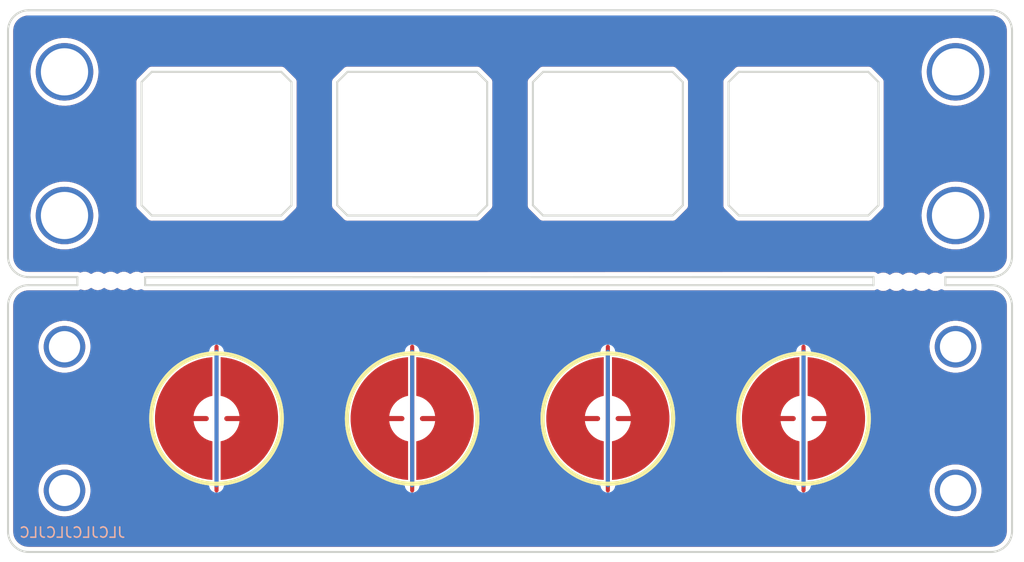
<source format=kicad_pcb>
(kicad_pcb (version 20211014) (generator pcbnew)
  (layers (0 "F.Cu" signal) (31 "B.Cu" signal) (34 "B.Paste" user) (35 "F.Paste" user) (36 "B.SilkS" user "B.Silkscreen") (37 "F.SilkS" user "F.Silkscreen") (38 "B.Mask" user) (39 "F.Mask" user) (44 "Edge.Cuts" user))
  (net 0 "")
  (footprint "Library:ecs_pad_no_ring" (layer "F.Cu") (at 58.04 155.8974)
    (fp_text reference "SW2")
    (fp_text value "EC_SW" hide)
    (fp_circle (center 0 0) (end 6.35 0) (layer "F.SilkS") (width 0.4) (fill none))
    (pad "1" smd custom (at -1 0) (size 0.4 0.4) (layers "F.Cu") (options (clearance outline) (anchor circle)) (primitives (gr_poly (pts (xy 0.6 -2.214159) (xy 0.320477 -2.144936) (xy 0.052085 -2.040578) (xy -0.20078 -1.902795) (xy -0.433976 -1.733843) (xy -0.643683 -1.536492) (xy -0.826466 -1.313972) (xy -0.979332 -1.069928) (xy -1.099775 -0.80836) (xy -1.185824 -0.53355) (xy -1.236068 -0.25) (xy 0 -0.25) (xy 0.095671 -0.23097) (xy 0.176777 -0.176777) (xy 0.23097 -0.095671) (xy 0.25 0) (xy 0.23097 0.095671) (xy 0.176777 0.176777) (xy 0.095671 0.23097) (xy 0 0.25) (xy -1.236068 0.25) (xy -1.185824 0.53355) (xy -1.099775 0.80836) (xy -0.979332 1.069928) (xy -0.826466 1.313972) (xy -0.643683 1.536492) (xy -0.433976 1.733843) (xy -0.20078 1.902795) (xy 0.052085 2.040578) (xy 0.320477 2.144936) (xy 0.6 2.214159) (xy 0.6 5.986652) (xy 0.115133 5.934392) (xy -0.363889 5.842928) (xy -0.8339 5.712864) (xy -1.291796 5.545058) (xy -1.734552 5.34062) (xy -2.159242 5.100901) (xy -2.563061 4.827483) (xy -2.943342 4.522174) (xy -3.297572 4.186989) (xy -3.62341 3.824144) (xy -3.918705 3.436035) (xy -4.181506 3.025227) (xy -4.410075 2.594434) (xy -4.602904 2.1465) (xy -4.758719 1.684386) (xy -4.876489 1.211145) (xy -4.955438 0.729902) (xy -4.995043 0.243838) (xy -4.995043 -0.243838) (xy -4.955438 -0.729902) (xy -4.876489 -1.211145) (xy -4.758719 -1.684386) (xy -4.602904 -2.1465) (xy -4.410075 -2.594434) (xy -4.181506 -3.025227) (xy -3.918705 -3.436035) (xy -3.62341 -3.824144) (xy -3.297572 -4.186989) (xy -2.943342 -4.522174) (xy -2.563061 -4.827483) (xy -2.159242 -5.100901) (xy -1.734552 -5.34062) (xy -1.291796 -5.545058) (xy -0.8339 -5.712864) (xy -0.363889 -5.842928) (xy 0.115133 -5.934392) (xy 0.6 -5.986652)) (width 0) (fill yes))))
    (pad "2" smd custom (at 1 0 180) (size 0.4 0.4) (layers "F.Cu") (options (clearance outline) (anchor circle)) (primitives (gr_poly (pts (xy 0.6 -2.214159) (xy 0.320477 -2.144936) (xy 0.052085 -2.040578) (xy -0.20078 -1.902795) (xy -0.433976 -1.733843) (xy -0.643683 -1.536492) (xy -0.826466 -1.313972) (xy -0.979332 -1.069928) (xy -1.099775 -0.80836) (xy -1.185824 -0.53355) (xy -1.236068 -0.25) (xy 0 -0.25) (xy 0.095671 -0.23097) (xy 0.176777 -0.176777) (xy 0.23097 -0.095671) (xy 0.25 0) (xy 0.23097 0.095671) (xy 0.176777 0.176777) (xy 0.095671 0.23097) (xy 0 0.25) (xy -1.236068 0.25) (xy -1.185824 0.53355) (xy -1.099775 0.80836) (xy -0.979332 1.069928) (xy -0.826466 1.313972) (xy -0.643683 1.536492) (xy -0.433976 1.733843) (xy -0.20078 1.902795) (xy 0.052085 2.040578) (xy 0.320477 2.144936) (xy 0.6 2.214159) (xy 0.6 5.986652) (xy 0.115133 5.934392) (xy -0.363889 5.842928) (xy -0.8339 5.712864) (xy -1.291796 5.545058) (xy -1.734552 5.34062) (xy -2.159242 5.100901) (xy -2.563061 4.827483) (xy -2.943342 4.522174) (xy -3.297572 4.186989) (xy -3.62341 3.824144) (xy -3.918705 3.436035) (xy -4.181506 3.025227) (xy -4.410075 2.594434) (xy -4.602904 2.1465) (xy -4.758719 1.684386) (xy -4.876489 1.211145) (xy -4.955438 0.729902) (xy -4.995043 0.243838) (xy -4.995043 -0.243838) (xy -4.955438 -0.729902) (xy -4.876489 -1.211145) (xy -4.758719 -1.684386) (xy -4.602904 -2.1465) (xy -4.410075 -2.594434) (xy -4.181506 -3.025227) (xy -3.918705 -3.436035) (xy -3.62341 -3.824144) (xy -3.297572 -4.186989) (xy -2.943342 -4.522174) (xy -2.563061 -4.827483) (xy -2.159242 -5.100901) (xy -1.734552 -5.34062) (xy -1.291796 -5.545058) (xy -0.8339 -5.712864) (xy -0.363889 -5.842928) (xy 0.115133 -5.934392) (xy 0.6 -5.986652)) (width 0) (fill yes))))
    (pad "3" smd custom (at 0 0) (size 0.4 0.4) (layers "B.Cu") (options (clearance convexhull) (anchor rect)) (primitives (gr_line (start 0 -6.5) (end 0 6.5) (width 0.4))))
    (pad "3" smd custom (at 0 0) (size 0.4 0.4) (layers "F.Cu") (options (clearance convexhull) (anchor rect)) (primitives (gr_line (start 0 -7) (end 0 7) (width 0.4))))
    (zone (net 0) (net_name "") (layer "F.Cu") (connect_pads (clearance 0)) (min_thickness 0.254)
      (keepout (tracks allowed) (vias allowed) (pads allowed) (copperpour not_allowed) (footprints allowed))
      (fill (thermal_gap 0.508) (thermal_bridge_width 0.508))
      (polygon (pts (xy 65.044905 155.8974) (xy 65.026093 155.384373) (xy 64.969759 154.874102) (xy 64.876204 154.369327) (xy 64.745932 153.87276) (xy 64.579642 153.387067) (xy 64.378228 152.914857) (xy 64.14277 152.458666) (xy 63.874534 152.020945) (xy 63.574961 151.604044) (xy 63.245659 151.210204) (xy 62.888397 150.841538) (xy 62.505094 150.500028) (xy 62.09781 150.187507) (xy 61.66873 149.905655) (xy 61.22016 149.655984) (xy 60.75451 149.439836) (xy 60.27428 149.258372) (xy 59.782049 149.112567) (xy 59.280462 149.003203) (xy 58.772212 148.930869) (xy 58.260029 148.895951) (xy 57.746665 148.898639) (xy 57.234876 148.938918) (xy 56.727412 149.016571) (xy 56.226997 149.131181) (xy 55.73632 149.282133) (xy 55.258017 149.468616) (xy 54.794655 149.689628) (xy 54.348725 149.943982) (xy 53.92262 150.230313) (xy 53.51863 150.547081) (xy 53.138925 150.892587) (xy 52.785543 151.264973) (xy 52.460384 151.662241) (xy 52.165192 152.082255) (xy 51.901555 152.522761) (xy 51.670887 152.981393) (xy 51.474429 153.455686) (xy 51.313234 153.943094) (xy 51.188169 154.440998) (xy 51.099905 154.946725) (xy 51.048918 155.457558) (xy 51.035479 155.970754) (xy 51.059662 156.483555) (xy 51.121337 156.993209) (xy 51.220172 157.496976) (xy 51.355637 157.992152) (xy 51.527004 158.476078) (xy 51.733353 158.946153) (xy 51.973574 159.399852) (xy 52.246379 159.834741) (xy 52.550302 160.248481) (xy 52.88371 160.638852) (xy 53.244813 161.003756) (xy 53.63167 161.341234) (xy 54.042206 161.649472) (xy 54.474213 161.926816) (xy 54.925373 162.171776) (xy 55.393261 162.383035) (xy 55.875365 162.559461) (xy 56.369096 162.700103) (xy 56.871801 162.804209) (xy 57.38078 162.871217) (xy 57.8933 162.900769) (xy 58.406608 162.892705) (xy 58.917947 162.847069) (xy 59.424571 162.764106) (xy 59.923758 162.644262) (xy 60.412827 162.48818) (xy 60.889152 162.296699) (xy 61.350173 162.070847) (xy 61.793416 161.811837) (xy 62.216499 161.52106) (xy 62.617149 161.200078) (xy 62.993216 160.850616) (xy 63.342678 160.474549) (xy 63.66366 160.073899) (xy 63.954437 159.650816) (xy 64.213447 159.207573) (xy 64.439299 158.746552) (xy 64.63078 158.270227) (xy 64.786862 157.781158) (xy 64.906706 157.281971) (xy 64.989669 156.775347) (xy 65.035305 156.264008)))
    )
    (zone (net 0) (net_name "") (layer "B.Cu") (connect_pads (clearance 0)) (min_thickness 0.254)
      (keepout (tracks allowed) (vias allowed) (pads allowed) (copperpour not_allowed) (footprints allowed))
      (fill (thermal_gap 0.508) (thermal_bridge_width 0.508))
      (polygon (pts (xy 64.598256 155.8974) (xy 64.578039 155.382845) (xy 64.517513 154.871463) (xy 64.417051 154.366406) (xy 64.277272 153.870787) (xy 64.099038 153.387664) (xy 63.883449 152.920014) (xy 63.631832 152.470721) (xy 63.345741 152.042554) (xy 63.026937 151.638153) (xy 62.677387 151.260013) (xy 62.299247 150.910463) (xy 61.894846 150.591659) (xy 61.466679 150.305568) (xy 61.017386 150.053951) (xy 60.549736 149.838362) (xy 60.066613 149.660128) (xy 59.570994 149.520349) (xy 59.065937 149.419887) (xy 58.554555 149.359361) (xy 58.04 149.339144) (xy 57.525445 149.359361) (xy 57.014063 149.419887) (xy 56.509006 149.520349) (xy 56.013387 149.660128) (xy 55.530264 149.838362) (xy 55.062614 150.053951) (xy 54.613321 150.305568) (xy 54.185154 150.591659) (xy 53.780753 150.910463) (xy 53.402613 151.260013) (xy 53.053063 151.638153) (xy 52.734259 152.042554) (xy 52.448168 152.470721) (xy 52.196551 152.920014) (xy 51.980962 153.387664) (xy 51.802728 153.870787) (xy 51.662949 154.366406) (xy 51.562487 154.871463) (xy 51.501961 155.382845) (xy 51.481744 155.8974) (xy 51.501961 156.411955) (xy 51.562487 156.923337) (xy 51.662949 157.428394) (xy 51.802728 157.924013) (xy 51.980962 158.407136) (xy 52.196551 158.874786) (xy 52.448168 159.324079) (xy 52.734259 159.752246) (xy 53.053063 160.156647) (xy 53.402613 160.534787) (xy 53.780753 160.884337) (xy 54.185154 161.203141) (xy 54.613321 161.489232) (xy 55.062614 161.740849) (xy 55.530264 161.956438) (xy 56.013387 162.134672) (xy 56.509006 162.274451) (xy 57.014063 162.374913) (xy 57.525445 162.435439) (xy 58.04 162.455656) (xy 58.554555 162.435439) (xy 59.065937 162.374913) (xy 59.570994 162.274451) (xy 60.066613 162.134672) (xy 60.549736 161.956438) (xy 61.017386 161.740849) (xy 61.466679 161.489232) (xy 61.894846 161.203141) (xy 62.299247 160.884337) (xy 62.677387 160.534787) (xy 63.026937 160.156647) (xy 63.345741 159.752246) (xy 63.631832 159.324079) (xy 63.883449 158.874786) (xy 64.099038 158.407136) (xy 64.277272 157.924013) (xy 64.417051 157.428394) (xy 64.517513 156.923337) (xy 64.578039 156.411955)))
    )
  )
  (footprint "Library:ScrewHole_M3" (layer "F.Cu") (at 129.99 162.8974)
    (fp_text reference "sh4" hide)
    (fp_text value "ScrewHole_M3" hide)
    (pad "1" thru_hole circle (at 0 0) (size 4.048 4.048) (drill 3.048) (layers *.Cu *.Mask))
  )
  (footprint "Library:ScrewHole_M3_Stud" (layer "F.Cu") (at 129.99 136.11)
    (fp_text reference "sd4" hide)
    (fp_text value "ScrewHole_M3" hide)
    (pad "5" thru_hole circle (at 0 0) (size 5.6 5.6) (drill 4.6) (layers *.Cu *.Mask))
  )
  (footprint "Library:breakaway-mousebites" (layer "F.Cu") (at 125.49 142.82)
    (fp_text reference "REF**")
    (fp_text value "breakaway-mousebites")
    (pad "" np_thru_hole circle (at 2.54 -0.254) (size 0.7874 0.7874) (drill 0.7874) (layers *.Cu *.Mask))
    (pad "" np_thru_hole circle (at 1.27 -0.254) (size 0.7874 0.7874) (drill 0.7874) (layers *.Cu *.Mask))
    (pad "" np_thru_hole circle (at 0 -0.254) (size 0.7874 0.7874) (drill 0.7874) (layers F&B.Cu *.Mask))
    (pad "" np_thru_hole circle (at -2.54 -0.254) (size 0.7874 0.7874) (drill 0.7874) (layers *.Cu *.Mask))
    (pad "" np_thru_hole circle (at -1.27 -0.254) (size 0.7874 0.7874) (drill 0.7874) (layers *.Cu *.Mask))
  )
  (footprint "Library:ScrewHole_M3_Stud" (layer "F.Cu") (at 43.24 122.11)
    (fp_text reference "sd1" hide)
    (fp_text value "ScrewHole_M3" hide)
    (pad "5" thru_hole circle (at 0 0) (size 5.6 5.6) (drill 4.6) (layers *.Cu *.Mask))
  )
  (footprint "Library:ScrewHole_M3_Stud" (layer "F.Cu") (at 43.24 136.11)
    (fp_text reference "REF**" hide)
    (fp_text value "ScrewHole_M3" hide)
    (pad "5" thru_hole circle (at 0 0) (size 5.6 5.6) (drill 4.6) (layers *.Cu *.Mask))
  )
  (footprint "Library:ScrewHole_M3_Stud" (layer "F.Cu") (at 129.99 122.11)
    (fp_text reference "REF**" hide)
    (fp_text value "ScrewHole_M3" hide)
    (pad "5" thru_hole circle (at 0 0) (size 5.6 5.6) (drill 4.6) (layers *.Cu *.Mask))
  )
  (footprint "Library:ecs_pad_no_ring" (layer "F.Cu") (at 77.09 155.8974)
    (fp_text reference "SW2")
    (fp_text value "EC_SW" hide)
    (fp_circle (center 0 0) (end 6.35 0) (layer "F.SilkS") (width 0.4) (fill none))
    (pad "1" smd custom (at -1 0) (size 0.4 0.4) (layers "F.Cu") (options (clearance outline) (anchor circle)) (primitives (gr_poly (pts (xy 0.6 -2.214159) (xy 0.320477 -2.144936) (xy 0.052085 -2.040578) (xy -0.20078 -1.902795) (xy -0.433976 -1.733843) (xy -0.643683 -1.536492) (xy -0.826466 -1.313972) (xy -0.979332 -1.069928) (xy -1.099775 -0.80836) (xy -1.185824 -0.53355) (xy -1.236068 -0.25) (xy 0 -0.25) (xy 0.095671 -0.23097) (xy 0.176777 -0.176777) (xy 0.23097 -0.095671) (xy 0.25 0) (xy 0.23097 0.095671) (xy 0.176777 0.176777) (xy 0.095671 0.23097) (xy 0 0.25) (xy -1.236068 0.25) (xy -1.185824 0.53355) (xy -1.099775 0.80836) (xy -0.979332 1.069928) (xy -0.826466 1.313972) (xy -0.643683 1.536492) (xy -0.433976 1.733843) (xy -0.20078 1.902795) (xy 0.052085 2.040578) (xy 0.320477 2.144936) (xy 0.6 2.214159) (xy 0.6 5.986652) (xy 0.115133 5.934392) (xy -0.363889 5.842928) (xy -0.8339 5.712864) (xy -1.291796 5.545058) (xy -1.734552 5.34062) (xy -2.159242 5.100901) (xy -2.563061 4.827483) (xy -2.943342 4.522174) (xy -3.297572 4.186989) (xy -3.62341 3.824144) (xy -3.918705 3.436035) (xy -4.181506 3.025227) (xy -4.410075 2.594434) (xy -4.602904 2.1465) (xy -4.758719 1.684386) (xy -4.876489 1.211145) (xy -4.955438 0.729902) (xy -4.995043 0.243838) (xy -4.995043 -0.243838) (xy -4.955438 -0.729902) (xy -4.876489 -1.211145) (xy -4.758719 -1.684386) (xy -4.602904 -2.1465) (xy -4.410075 -2.594434) (xy -4.181506 -3.025227) (xy -3.918705 -3.436035) (xy -3.62341 -3.824144) (xy -3.297572 -4.186989) (xy -2.943342 -4.522174) (xy -2.563061 -4.827483) (xy -2.159242 -5.100901) (xy -1.734552 -5.34062) (xy -1.291796 -5.545058) (xy -0.8339 -5.712864) (xy -0.363889 -5.842928) (xy 0.115133 -5.934392) (xy 0.6 -5.986652)) (width 0) (fill yes))))
    (pad "2" smd custom (at 1 0 180) (size 0.4 0.4) (layers "F.Cu") (options (clearance outline) (anchor circle)) (primitives (gr_poly (pts (xy 0.6 -2.214159) (xy 0.320477 -2.144936) (xy 0.052085 -2.040578) (xy -0.20078 -1.902795) (xy -0.433976 -1.733843) (xy -0.643683 -1.536492) (xy -0.826466 -1.313972) (xy -0.979332 -1.069928) (xy -1.099775 -0.80836) (xy -1.185824 -0.53355) (xy -1.236068 -0.25) (xy 0 -0.25) (xy 0.095671 -0.23097) (xy 0.176777 -0.176777) (xy 0.23097 -0.095671) (xy 0.25 0) (xy 0.23097 0.095671) (xy 0.176777 0.176777) (xy 0.095671 0.23097) (xy 0 0.25) (xy -1.236068 0.25) (xy -1.185824 0.53355) (xy -1.099775 0.80836) (xy -0.979332 1.069928) (xy -0.826466 1.313972) (xy -0.643683 1.536492) (xy -0.433976 1.733843) (xy -0.20078 1.902795) (xy 0.052085 2.040578) (xy 0.320477 2.144936) (xy 0.6 2.214159) (xy 0.6 5.986652) (xy 0.115133 5.934392) (xy -0.363889 5.842928) (xy -0.8339 5.712864) (xy -1.291796 5.545058) (xy -1.734552 5.34062) (xy -2.159242 5.100901) (xy -2.563061 4.827483) (xy -2.943342 4.522174) (xy -3.297572 4.186989) (xy -3.62341 3.824144) (xy -3.918705 3.436035) (xy -4.181506 3.025227) (xy -4.410075 2.594434) (xy -4.602904 2.1465) (xy -4.758719 1.684386) (xy -4.876489 1.211145) (xy -4.955438 0.729902) (xy -4.995043 0.243838) (xy -4.995043 -0.243838) (xy -4.955438 -0.729902) (xy -4.876489 -1.211145) (xy -4.758719 -1.684386) (xy -4.602904 -2.1465) (xy -4.410075 -2.594434) (xy -4.181506 -3.025227) (xy -3.918705 -3.436035) (xy -3.62341 -3.824144) (xy -3.297572 -4.186989) (xy -2.943342 -4.522174) (xy -2.563061 -4.827483) (xy -2.159242 -5.100901) (xy -1.734552 -5.34062) (xy -1.291796 -5.545058) (xy -0.8339 -5.712864) (xy -0.363889 -5.842928) (xy 0.115133 -5.934392) (xy 0.6 -5.986652)) (width 0) (fill yes))))
    (pad "3" smd custom (at 0 0) (size 0.4 0.4) (layers "B.Cu") (options (clearance convexhull) (anchor rect)) (primitives (gr_line (start 0 -6.5) (end 0 6.5) (width 0.4))))
    (pad "3" smd custom (at 0 0) (size 0.4 0.4) (layers "F.Cu") (options (clearance convexhull) (anchor rect)) (primitives (gr_line (start 0 -7) (end 0 7) (width 0.4))))
    (zone (net 0) (net_name "") (layer "F.Cu") (connect_pads (clearance 0)) (min_thickness 0.254)
      (keepout (tracks allowed) (vias allowed) (pads allowed) (copperpour not_allowed) (footprints allowed))
      (fill (thermal_gap 0.508) (thermal_bridge_width 0.508))
      (polygon (pts (xy 84.094905 155.8974) (xy 84.076093 155.384373) (xy 84.019759 154.874102) (xy 83.926204 154.369327) (xy 83.795932 153.87276) (xy 83.629642 153.387067) (xy 83.428228 152.914857) (xy 83.19277 152.458666) (xy 82.924534 152.020945) (xy 82.624961 151.604044) (xy 82.295659 151.210204) (xy 81.938397 150.841538) (xy 81.555094 150.500028) (xy 81.14781 150.187507) (xy 80.71873 149.905655) (xy 80.27016 149.655984) (xy 79.80451 149.439836) (xy 79.32428 149.258372) (xy 78.832049 149.112567) (xy 78.330462 149.003203) (xy 77.822212 148.930869) (xy 77.310029 148.895951) (xy 76.796665 148.898639) (xy 76.284876 148.938918) (xy 75.777412 149.016571) (xy 75.276997 149.131181) (xy 74.78632 149.282133) (xy 74.308017 149.468616) (xy 73.844655 149.689628) (xy 73.398725 149.943982) (xy 72.97262 150.230313) (xy 72.56863 150.547081) (xy 72.188925 150.892587) (xy 71.835543 151.264973) (xy 71.510384 151.662241) (xy 71.215192 152.082255) (xy 70.951555 152.522761) (xy 70.720887 152.981393) (xy 70.524429 153.455686) (xy 70.363234 153.943094) (xy 70.238169 154.440998) (xy 70.149905 154.946725) (xy 70.098918 155.457558) (xy 70.085479 155.970754) (xy 70.109662 156.483555) (xy 70.171337 156.993209) (xy 70.270172 157.496976) (xy 70.405637 157.992152) (xy 70.577004 158.476078) (xy 70.783353 158.946153) (xy 71.023574 159.399852) (xy 71.296379 159.834741) (xy 71.600302 160.248481) (xy 71.93371 160.638852) (xy 72.294813 161.003756) (xy 72.68167 161.341234) (xy 73.092206 161.649472) (xy 73.524213 161.926816) (xy 73.975373 162.171776) (xy 74.443261 162.383035) (xy 74.925365 162.559461) (xy 75.419096 162.700103) (xy 75.921801 162.804209) (xy 76.43078 162.871217) (xy 76.9433 162.900769) (xy 77.456608 162.892705) (xy 77.967947 162.847069) (xy 78.474571 162.764106) (xy 78.973758 162.644262) (xy 79.462827 162.48818) (xy 79.939152 162.296699) (xy 80.400173 162.070847) (xy 80.843416 161.811837) (xy 81.266499 161.52106) (xy 81.667149 161.200078) (xy 82.043216 160.850616) (xy 82.392678 160.474549) (xy 82.71366 160.073899) (xy 83.004437 159.650816) (xy 83.263447 159.207573) (xy 83.489299 158.746552) (xy 83.68078 158.270227) (xy 83.836862 157.781158) (xy 83.956706 157.281971) (xy 84.039669 156.775347) (xy 84.085305 156.264008)))
    )
    (zone (net 0) (net_name "") (layer "B.Cu") (connect_pads (clearance 0)) (min_thickness 0.254)
      (keepout (tracks allowed) (vias allowed) (pads allowed) (copperpour not_allowed) (footprints allowed))
      (fill (thermal_gap 0.508) (thermal_bridge_width 0.508))
      (polygon (pts (xy 83.648256 155.8974) (xy 83.628039 155.382845) (xy 83.567513 154.871463) (xy 83.467051 154.366406) (xy 83.327272 153.870787) (xy 83.149038 153.387664) (xy 82.933449 152.920014) (xy 82.681832 152.470721) (xy 82.395741 152.042554) (xy 82.076937 151.638153) (xy 81.727387 151.260013) (xy 81.349247 150.910463) (xy 80.944846 150.591659) (xy 80.516679 150.305568) (xy 80.067386 150.053951) (xy 79.599736 149.838362) (xy 79.116613 149.660128) (xy 78.620994 149.520349) (xy 78.115937 149.419887) (xy 77.604555 149.359361) (xy 77.09 149.339144) (xy 76.575445 149.359361) (xy 76.064063 149.419887) (xy 75.559006 149.520349) (xy 75.063387 149.660128) (xy 74.580264 149.838362) (xy 74.112614 150.053951) (xy 73.663321 150.305568) (xy 73.235154 150.591659) (xy 72.830753 150.910463) (xy 72.452613 151.260013) (xy 72.103063 151.638153) (xy 71.784259 152.042554) (xy 71.498168 152.470721) (xy 71.246551 152.920014) (xy 71.030962 153.387664) (xy 70.852728 153.870787) (xy 70.712949 154.366406) (xy 70.612487 154.871463) (xy 70.551961 155.382845) (xy 70.531744 155.8974) (xy 70.551961 156.411955) (xy 70.612487 156.923337) (xy 70.712949 157.428394) (xy 70.852728 157.924013) (xy 71.030962 158.407136) (xy 71.246551 158.874786) (xy 71.498168 159.324079) (xy 71.784259 159.752246) (xy 72.103063 160.156647) (xy 72.452613 160.534787) (xy 72.830753 160.884337) (xy 73.235154 161.203141) (xy 73.663321 161.489232) (xy 74.112614 161.740849) (xy 74.580264 161.956438) (xy 75.063387 162.134672) (xy 75.559006 162.274451) (xy 76.064063 162.374913) (xy 76.575445 162.435439) (xy 77.09 162.455656) (xy 77.604555 162.435439) (xy 78.115937 162.374913) (xy 78.620994 162.274451) (xy 79.116613 162.134672) (xy 79.599736 161.956438) (xy 80.067386 161.740849) (xy 80.516679 161.489232) (xy 80.944846 161.203141) (xy 81.349247 160.884337) (xy 81.727387 160.534787) (xy 82.076937 160.156647) (xy 82.395741 159.752246) (xy 82.681832 159.324079) (xy 82.933449 158.874786) (xy 83.149038 158.407136) (xy 83.327272 157.924013) (xy 83.467051 157.428394) (xy 83.567513 156.923337) (xy 83.628039 156.411955)))
    )
  )
  (footprint "Library:ecs_pad_no_ring" (layer "F.Cu") (at 115.19 155.8974)
    (fp_text reference "SW2")
    (fp_text value "EC_SW" hide)
    (fp_circle (center 0 0) (end 6.35 0) (layer "F.SilkS") (width 0.4) (fill none))
    (pad "1" smd custom (at -1 0) (size 0.4 0.4) (layers "F.Cu") (options (clearance outline) (anchor circle)) (primitives (gr_poly (pts (xy 0.6 -2.214159) (xy 0.320477 -2.144936) (xy 0.052085 -2.040578) (xy -0.20078 -1.902795) (xy -0.433976 -1.733843) (xy -0.643683 -1.536492) (xy -0.826466 -1.313972) (xy -0.979332 -1.069928) (xy -1.099775 -0.80836) (xy -1.185824 -0.53355) (xy -1.236068 -0.25) (xy 0 -0.25) (xy 0.095671 -0.23097) (xy 0.176777 -0.176777) (xy 0.23097 -0.095671) (xy 0.25 0) (xy 0.23097 0.095671) (xy 0.176777 0.176777) (xy 0.095671 0.23097) (xy 0 0.25) (xy -1.236068 0.25) (xy -1.185824 0.53355) (xy -1.099775 0.80836) (xy -0.979332 1.069928) (xy -0.826466 1.313972) (xy -0.643683 1.536492) (xy -0.433976 1.733843) (xy -0.20078 1.902795) (xy 0.052085 2.040578) (xy 0.320477 2.144936) (xy 0.6 2.214159) (xy 0.6 5.986652) (xy 0.115133 5.934392) (xy -0.363889 5.842928) (xy -0.8339 5.712864) (xy -1.291796 5.545058) (xy -1.734552 5.34062) (xy -2.159242 5.100901) (xy -2.563061 4.827483) (xy -2.943342 4.522174) (xy -3.297572 4.186989) (xy -3.62341 3.824144) (xy -3.918705 3.436035) (xy -4.181506 3.025227) (xy -4.410075 2.594434) (xy -4.602904 2.1465) (xy -4.758719 1.684386) (xy -4.876489 1.211145) (xy -4.955438 0.729902) (xy -4.995043 0.243838) (xy -4.995043 -0.243838) (xy -4.955438 -0.729902) (xy -4.876489 -1.211145) (xy -4.758719 -1.684386) (xy -4.602904 -2.1465) (xy -4.410075 -2.594434) (xy -4.181506 -3.025227) (xy -3.918705 -3.436035) (xy -3.62341 -3.824144) (xy -3.297572 -4.186989) (xy -2.943342 -4.522174) (xy -2.563061 -4.827483) (xy -2.159242 -5.100901) (xy -1.734552 -5.34062) (xy -1.291796 -5.545058) (xy -0.8339 -5.712864) (xy -0.363889 -5.842928) (xy 0.115133 -5.934392) (xy 0.6 -5.986652)) (width 0) (fill yes))))
    (pad "2" smd custom (at 1 0 180) (size 0.4 0.4) (layers "F.Cu") (options (clearance outline) (anchor circle)) (primitives (gr_poly (pts (xy 0.6 -2.214159) (xy 0.320477 -2.144936) (xy 0.052085 -2.040578) (xy -0.20078 -1.902795) (xy -0.433976 -1.733843) (xy -0.643683 -1.536492) (xy -0.826466 -1.313972) (xy -0.979332 -1.069928) (xy -1.099775 -0.80836) (xy -1.185824 -0.53355) (xy -1.236068 -0.25) (xy 0 -0.25) (xy 0.095671 -0.23097) (xy 0.176777 -0.176777) (xy 0.23097 -0.095671) (xy 0.25 0) (xy 0.23097 0.095671) (xy 0.176777 0.176777) (xy 0.095671 0.23097) (xy 0 0.25) (xy -1.236068 0.25) (xy -1.185824 0.53355) (xy -1.099775 0.80836) (xy -0.979332 1.069928) (xy -0.826466 1.313972) (xy -0.643683 1.536492) (xy -0.433976 1.733843) (xy -0.20078 1.902795) (xy 0.052085 2.040578) (xy 0.320477 2.144936) (xy 0.6 2.214159) (xy 0.6 5.986652) (xy 0.115133 5.934392) (xy -0.363889 5.842928) (xy -0.8339 5.712864) (xy -1.291796 5.545058) (xy -1.734552 5.34062) (xy -2.159242 5.100901) (xy -2.563061 4.827483) (xy -2.943342 4.522174) (xy -3.297572 4.186989) (xy -3.62341 3.824144) (xy -3.918705 3.436035) (xy -4.181506 3.025227) (xy -4.410075 2.594434) (xy -4.602904 2.1465) (xy -4.758719 1.684386) (xy -4.876489 1.211145) (xy -4.955438 0.729902) (xy -4.995043 0.243838) (xy -4.995043 -0.243838) (xy -4.955438 -0.729902) (xy -4.876489 -1.211145) (xy -4.758719 -1.684386) (xy -4.602904 -2.1465) (xy -4.410075 -2.594434) (xy -4.181506 -3.025227) (xy -3.918705 -3.436035) (xy -3.62341 -3.824144) (xy -3.297572 -4.186989) (xy -2.943342 -4.522174) (xy -2.563061 -4.827483) (xy -2.159242 -5.100901) (xy -1.734552 -5.34062) (xy -1.291796 -5.545058) (xy -0.8339 -5.712864) (xy -0.363889 -5.842928) (xy 0.115133 -5.934392) (xy 0.6 -5.986652)) (width 0) (fill yes))))
    (pad "3" smd custom (at 0 0) (size 0.4 0.4) (layers "F.Cu") (options (clearance convexhull) (anchor rect)) (primitives (gr_line (start 0 -7) (end 0 7) (width 0.4))))
    (pad "3" smd custom (at 0 0) (size 0.4 0.4) (layers "B.Cu") (options (clearance convexhull) (anchor rect)) (primitives (gr_line (start 0 -6.5) (end 0 6.5) (width 0.4))))
    (zone (net 0) (net_name "") (layer "F.Cu") (connect_pads (clearance 0)) (min_thickness 0.254)
      (keepout (tracks allowed) (vias allowed) (pads allowed) (copperpour not_allowed) (footprints allowed))
      (fill (thermal_gap 0.508) (thermal_bridge_width 0.508))
      (polygon (pts (xy 122.194905 155.8974) (xy 122.176093 155.384373) (xy 122.119759 154.874102) (xy 122.026204 154.369327) (xy 121.895932 153.87276) (xy 121.729642 153.387067) (xy 121.528228 152.914857) (xy 121.29277 152.458666) (xy 121.024534 152.020945) (xy 120.724961 151.604044) (xy 120.395659 151.210204) (xy 120.038397 150.841538) (xy 119.655094 150.500028) (xy 119.24781 150.187507) (xy 118.81873 149.905655) (xy 118.37016 149.655984) (xy 117.90451 149.439836) (xy 117.42428 149.258372) (xy 116.932049 149.112567) (xy 116.430462 149.003203) (xy 115.922212 148.930869) (xy 115.410029 148.895951) (xy 114.896665 148.898639) (xy 114.384876 148.938918) (xy 113.877412 149.016571) (xy 113.376997 149.131181) (xy 112.88632 149.282133) (xy 112.408017 149.468616) (xy 111.944655 149.689628) (xy 111.498725 149.943982) (xy 111.07262 150.230313) (xy 110.66863 150.547081) (xy 110.288925 150.892587) (xy 109.935543 151.264973) (xy 109.610384 151.662241) (xy 109.315192 152.082255) (xy 109.051555 152.522761) (xy 108.820887 152.981393) (xy 108.624429 153.455686) (xy 108.463234 153.943094) (xy 108.338169 154.440998) (xy 108.249905 154.946725) (xy 108.198918 155.457558) (xy 108.185479 155.970754) (xy 108.209662 156.483555) (xy 108.271337 156.993209) (xy 108.370172 157.496976) (xy 108.505637 157.992152) (xy 108.677004 158.476078) (xy 108.883353 158.946153) (xy 109.123574 159.399852) (xy 109.396379 159.834741) (xy 109.700302 160.248481) (xy 110.03371 160.638852) (xy 110.394813 161.003756) (xy 110.78167 161.341234) (xy 111.192206 161.649472) (xy 111.624213 161.926816) (xy 112.075373 162.171776) (xy 112.543261 162.383035) (xy 113.025365 162.559461) (xy 113.519096 162.700103) (xy 114.021801 162.804209) (xy 114.53078 162.871217) (xy 115.0433 162.900769) (xy 115.556608 162.892705) (xy 116.067947 162.847069) (xy 116.574571 162.764106) (xy 117.073758 162.644262) (xy 117.562827 162.48818) (xy 118.039152 162.296699) (xy 118.500173 162.070847) (xy 118.943416 161.811837) (xy 119.366499 161.52106) (xy 119.767149 161.200078) (xy 120.143216 160.850616) (xy 120.492678 160.474549) (xy 120.81366 160.073899) (xy 121.104437 159.650816) (xy 121.363447 159.207573) (xy 121.589299 158.746552) (xy 121.78078 158.270227) (xy 121.936862 157.781158) (xy 122.056706 157.281971) (xy 122.139669 156.775347) (xy 122.185305 156.264008)))
    )
    (zone (net 0) (net_name "") (layer "B.Cu") (connect_pads (clearance 0)) (min_thickness 0.254)
      (keepout (tracks allowed) (vias allowed) (pads allowed) (copperpour not_allowed) (footprints allowed))
      (fill (thermal_gap 0.508) (thermal_bridge_width 0.508))
      (polygon (pts (xy 121.748256 155.8974) (xy 121.728039 155.382845) (xy 121.667513 154.871463) (xy 121.567051 154.366406) (xy 121.427272 153.870787) (xy 121.249038 153.387664) (xy 121.033449 152.920014) (xy 120.781832 152.470721) (xy 120.495741 152.042554) (xy 120.176937 151.638153) (xy 119.827387 151.260013) (xy 119.449247 150.910463) (xy 119.044846 150.591659) (xy 118.616679 150.305568) (xy 118.167386 150.053951) (xy 117.699736 149.838362) (xy 117.216613 149.660128) (xy 116.720994 149.520349) (xy 116.215937 149.419887) (xy 115.704555 149.359361) (xy 115.19 149.339144) (xy 114.675445 149.359361) (xy 114.164063 149.419887) (xy 113.659006 149.520349) (xy 113.163387 149.660128) (xy 112.680264 149.838362) (xy 112.212614 150.053951) (xy 111.763321 150.305568) (xy 111.335154 150.591659) (xy 110.930753 150.910463) (xy 110.552613 151.260013) (xy 110.203063 151.638153) (xy 109.884259 152.042554) (xy 109.598168 152.470721) (xy 109.346551 152.920014) (xy 109.130962 153.387664) (xy 108.952728 153.870787) (xy 108.812949 154.366406) (xy 108.712487 154.871463) (xy 108.651961 155.382845) (xy 108.631744 155.8974) (xy 108.651961 156.411955) (xy 108.712487 156.923337) (xy 108.812949 157.428394) (xy 108.952728 157.924013) (xy 109.130962 158.407136) (xy 109.346551 158.874786) (xy 109.598168 159.324079) (xy 109.884259 159.752246) (xy 110.203063 160.156647) (xy 110.552613 160.534787) (xy 110.930753 160.884337) (xy 111.335154 161.203141) (xy 111.763321 161.489232) (xy 112.212614 161.740849) (xy 112.680264 161.956438) (xy 113.163387 162.134672) (xy 113.659006 162.274451) (xy 114.164063 162.374913) (xy 114.675445 162.435439) (xy 115.19 162.455656) (xy 115.704555 162.435439) (xy 116.215937 162.374913) (xy 116.720994 162.274451) (xy 117.216613 162.134672) (xy 117.699736 161.956438) (xy 118.167386 161.740849) (xy 118.616679 161.489232) (xy 119.044846 161.203141) (xy 119.449247 160.884337) (xy 119.827387 160.534787) (xy 120.176937 160.156647) (xy 120.495741 159.752246) (xy 120.781832 159.324079) (xy 121.033449 158.874786) (xy 121.249038 158.407136) (xy 121.427272 157.924013) (xy 121.567051 157.428394) (xy 121.667513 156.923337) (xy 121.728039 156.411955)))
    )
  )
  (footprint "Library:ecs_pad_no_ring" (layer "F.Cu") (at 96.14 155.8974)
    (fp_text reference "SW2")
    (fp_text value "EC_SW" hide)
    (fp_circle (center 0 0) (end 6.35 0) (layer "F.SilkS") (width 0.4) (fill none))
    (pad "1" smd custom (at -1 0) (size 0.4 0.4) (layers "F.Cu") (options (clearance outline) (anchor circle)) (primitives (gr_poly (pts (xy 0.6 -2.214159) (xy 0.320477 -2.144936) (xy 0.052085 -2.040578) (xy -0.20078 -1.902795) (xy -0.433976 -1.733843) (xy -0.643683 -1.536492) (xy -0.826466 -1.313972) (xy -0.979332 -1.069928) (xy -1.099775 -0.80836) (xy -1.185824 -0.53355) (xy -1.236068 -0.25) (xy 0 -0.25) (xy 0.095671 -0.23097) (xy 0.176777 -0.176777) (xy 0.23097 -0.095671) (xy 0.25 0) (xy 0.23097 0.095671) (xy 0.176777 0.176777) (xy 0.095671 0.23097) (xy 0 0.25) (xy -1.236068 0.25) (xy -1.185824 0.53355) (xy -1.099775 0.80836) (xy -0.979332 1.069928) (xy -0.826466 1.313972) (xy -0.643683 1.536492) (xy -0.433976 1.733843) (xy -0.20078 1.902795) (xy 0.052085 2.040578) (xy 0.320477 2.144936) (xy 0.6 2.214159) (xy 0.6 5.986652) (xy 0.115133 5.934392) (xy -0.363889 5.842928) (xy -0.8339 5.712864) (xy -1.291796 5.545058) (xy -1.734552 5.34062) (xy -2.159242 5.100901) (xy -2.563061 4.827483) (xy -2.943342 4.522174) (xy -3.297572 4.186989) (xy -3.62341 3.824144) (xy -3.918705 3.436035) (xy -4.181506 3.025227) (xy -4.410075 2.594434) (xy -4.602904 2.1465) (xy -4.758719 1.684386) (xy -4.876489 1.211145) (xy -4.955438 0.729902) (xy -4.995043 0.243838) (xy -4.995043 -0.243838) (xy -4.955438 -0.729902) (xy -4.876489 -1.211145) (xy -4.758719 -1.684386) (xy -4.602904 -2.1465) (xy -4.410075 -2.594434) (xy -4.181506 -3.025227) (xy -3.918705 -3.436035) (xy -3.62341 -3.824144) (xy -3.297572 -4.186989) (xy -2.943342 -4.522174) (xy -2.563061 -4.827483) (xy -2.159242 -5.100901) (xy -1.734552 -5.34062) (xy -1.291796 -5.545058) (xy -0.8339 -5.712864) (xy -0.363889 -5.842928) (xy 0.115133 -5.934392) (xy 0.6 -5.986652)) (width 0) (fill yes))))
    (pad "2" smd custom (at 1 0 180) (size 0.4 0.4) (layers "F.Cu") (options (clearance outline) (anchor circle)) (primitives (gr_poly (pts (xy 0.6 -2.214159) (xy 0.320477 -2.144936) (xy 0.052085 -2.040578) (xy -0.20078 -1.902795) (xy -0.433976 -1.733843) (xy -0.643683 -1.536492) (xy -0.826466 -1.313972) (xy -0.979332 -1.069928) (xy -1.099775 -0.80836) (xy -1.185824 -0.53355) (xy -1.236068 -0.25) (xy 0 -0.25) (xy 0.095671 -0.23097) (xy 0.176777 -0.176777) (xy 0.23097 -0.095671) (xy 0.25 0) (xy 0.23097 0.095671) (xy 0.176777 0.176777) (xy 0.095671 0.23097) (xy 0 0.25) (xy -1.236068 0.25) (xy -1.185824 0.53355) (xy -1.099775 0.80836) (xy -0.979332 1.069928) (xy -0.826466 1.313972) (xy -0.643683 1.536492) (xy -0.433976 1.733843) (xy -0.20078 1.902795) (xy 0.052085 2.040578) (xy 0.320477 2.144936) (xy 0.6 2.214159) (xy 0.6 5.986652) (xy 0.115133 5.934392) (xy -0.363889 5.842928) (xy -0.8339 5.712864) (xy -1.291796 5.545058) (xy -1.734552 5.34062) (xy -2.159242 5.100901) (xy -2.563061 4.827483) (xy -2.943342 4.522174) (xy -3.297572 4.186989) (xy -3.62341 3.824144) (xy -3.918705 3.436035) (xy -4.181506 3.025227) (xy -4.410075 2.594434) (xy -4.602904 2.1465) (xy -4.758719 1.684386) (xy -4.876489 1.211145) (xy -4.955438 0.729902) (xy -4.995043 0.243838) (xy -4.995043 -0.243838) (xy -4.955438 -0.729902) (xy -4.876489 -1.211145) (xy -4.758719 -1.684386) (xy -4.602904 -2.1465) (xy -4.410075 -2.594434) (xy -4.181506 -3.025227) (xy -3.918705 -3.436035) (xy -3.62341 -3.824144) (xy -3.297572 -4.186989) (xy -2.943342 -4.522174) (xy -2.563061 -4.827483) (xy -2.159242 -5.100901) (xy -1.734552 -5.34062) (xy -1.291796 -5.545058) (xy -0.8339 -5.712864) (xy -0.363889 -5.842928) (xy 0.115133 -5.934392) (xy 0.6 -5.986652)) (width 0) (fill yes))))
    (pad "3" smd custom (at 0 0) (size 0.4 0.4) (layers "B.Cu") (options (clearance convexhull) (anchor rect)) (primitives (gr_line (start 0 -6.5) (end 0 6.5) (width 0.4))))
    (pad "3" smd custom (at 0 0) (size 0.4 0.4) (layers "F.Cu") (options (clearance convexhull) (anchor rect)) (primitives (gr_line (start 0 -7) (end 0 7) (width 0.4))))
    (zone (net 0) (net_name "") (layer "F.Cu") (connect_pads (clearance 0)) (min_thickness 0.254)
      (keepout (tracks allowed) (vias allowed) (pads allowed) (copperpour not_allowed) (footprints allowed))
      (fill (thermal_gap 0.508) (thermal_bridge_width 0.508))
      (polygon (pts (xy 103.144905 155.8974) (xy 103.126093 155.384373) (xy 103.069759 154.874102) (xy 102.976204 154.369327) (xy 102.845932 153.87276) (xy 102.679642 153.387067) (xy 102.478228 152.914857) (xy 102.24277 152.458666) (xy 101.974534 152.020945) (xy 101.674961 151.604044) (xy 101.345659 151.210204) (xy 100.988397 150.841538) (xy 100.605094 150.500028) (xy 100.19781 150.187507) (xy 99.76873 149.905655) (xy 99.32016 149.655984) (xy 98.85451 149.439836) (xy 98.37428 149.258372) (xy 97.882049 149.112567) (xy 97.380462 149.003203) (xy 96.872212 148.930869) (xy 96.360029 148.895951) (xy 95.846665 148.898639) (xy 95.334876 148.938918) (xy 94.827412 149.016571) (xy 94.326997 149.131181) (xy 93.83632 149.282133) (xy 93.358017 149.468616) (xy 92.894655 149.689628) (xy 92.448725 149.943982) (xy 92.02262 150.230313) (xy 91.61863 150.547081) (xy 91.238925 150.892587) (xy 90.885543 151.264973) (xy 90.560384 151.662241) (xy 90.265192 152.082255) (xy 90.001555 152.522761) (xy 89.770887 152.981393) (xy 89.574429 153.455686) (xy 89.413234 153.943094) (xy 89.288169 154.440998) (xy 89.199905 154.946725) (xy 89.148918 155.457558) (xy 89.135479 155.970754) (xy 89.159662 156.483555) (xy 89.221337 156.993209) (xy 89.320172 157.496976) (xy 89.455637 157.992152) (xy 89.627004 158.476078) (xy 89.833353 158.946153) (xy 90.073574 159.399852) (xy 90.346379 159.834741) (xy 90.650302 160.248481) (xy 90.98371 160.638852) (xy 91.344813 161.003756) (xy 91.73167 161.341234) (xy 92.142206 161.649472) (xy 92.574213 161.926816) (xy 93.025373 162.171776) (xy 93.493261 162.383035) (xy 93.975365 162.559461) (xy 94.469096 162.700103) (xy 94.971801 162.804209) (xy 95.48078 162.871217) (xy 95.9933 162.900769) (xy 96.506608 162.892705) (xy 97.017947 162.847069) (xy 97.524571 162.764106) (xy 98.023758 162.644262) (xy 98.512827 162.48818) (xy 98.989152 162.296699) (xy 99.450173 162.070847) (xy 99.893416 161.811837) (xy 100.316499 161.52106) (xy 100.717149 161.200078) (xy 101.093216 160.850616) (xy 101.442678 160.474549) (xy 101.76366 160.073899) (xy 102.054437 159.650816) (xy 102.313447 159.207573) (xy 102.539299 158.746552) (xy 102.73078 158.270227) (xy 102.886862 157.781158) (xy 103.006706 157.281971) (xy 103.089669 156.775347) (xy 103.135305 156.264008)))
    )
    (zone (net 0) (net_name "") (layer "B.Cu") (connect_pads (clearance 0)) (min_thickness 0.254)
      (keepout (tracks allowed) (vias allowed) (pads allowed) (copperpour not_allowed) (footprints allowed))
      (fill (thermal_gap 0.508) (thermal_bridge_width 0.508))
      (polygon (pts (xy 102.698256 155.8974) (xy 102.678039 155.382845) (xy 102.617513 154.871463) (xy 102.517051 154.366406) (xy 102.377272 153.870787) (xy 102.199038 153.387664) (xy 101.983449 152.920014) (xy 101.731832 152.470721) (xy 101.445741 152.042554) (xy 101.126937 151.638153) (xy 100.777387 151.260013) (xy 100.399247 150.910463) (xy 99.994846 150.591659) (xy 99.566679 150.305568) (xy 99.117386 150.053951) (xy 98.649736 149.838362) (xy 98.166613 149.660128) (xy 97.670994 149.520349) (xy 97.165937 149.419887) (xy 96.654555 149.359361) (xy 96.14 149.339144) (xy 95.625445 149.359361) (xy 95.114063 149.419887) (xy 94.609006 149.520349) (xy 94.113387 149.660128) (xy 93.630264 149.838362) (xy 93.162614 150.053951) (xy 92.713321 150.305568) (xy 92.285154 150.591659) (xy 91.880753 150.910463) (xy 91.502613 151.260013) (xy 91.153063 151.638153) (xy 90.834259 152.042554) (xy 90.548168 152.470721) (xy 90.296551 152.920014) (xy 90.080962 153.387664) (xy 89.902728 153.870787) (xy 89.762949 154.366406) (xy 89.662487 154.871463) (xy 89.601961 155.382845) (xy 89.581744 155.8974) (xy 89.601961 156.411955) (xy 89.662487 156.923337) (xy 89.762949 157.428394) (xy 89.902728 157.924013) (xy 90.080962 158.407136) (xy 90.296551 158.874786) (xy 90.548168 159.324079) (xy 90.834259 159.752246) (xy 91.153063 160.156647) (xy 91.502613 160.534787) (xy 91.880753 160.884337) (xy 92.285154 161.203141) (xy 92.713321 161.489232) (xy 93.162614 161.740849) (xy 93.630264 161.956438) (xy 94.113387 162.134672) (xy 94.609006 162.274451) (xy 95.114063 162.374913) (xy 95.625445 162.435439) (xy 96.14 162.455656) (xy 96.654555 162.435439) (xy 97.165937 162.374913) (xy 97.670994 162.274451) (xy 98.166613 162.134672) (xy 98.649736 161.956438) (xy 99.117386 161.740849) (xy 99.566679 161.489232) (xy 99.994846 161.203141) (xy 100.399247 160.884337) (xy 100.777387 160.534787) (xy 101.126937 160.156647) (xy 101.445741 159.752246) (xy 101.731832 159.324079) (xy 101.983449 158.874786) (xy 102.199038 158.407136) (xy 102.377272 157.924013) (xy 102.517051 157.428394) (xy 102.617513 156.923337) (xy 102.678039 156.411955)))
    )
  )
  (footprint "Library:breakaway-mousebites" (layer "F.Cu") (at 47.74 142.74)
    (fp_text reference "REF**")
    (fp_text value "breakaway-mousebites")
    (pad "" np_thru_hole circle (at 0 -0.254) (size 0.7874 0.7874) (drill 0.7874) (layers F&B.Cu *.Mask))
    (pad "" np_thru_hole circle (at 2.54 -0.254) (size 0.7874 0.7874) (drill 0.7874) (layers *.Cu *.Mask))
    (pad "" np_thru_hole circle (at 1.27 -0.254) (size 0.7874 0.7874) (drill 0.7874) (layers *.Cu *.Mask))
    (pad "" np_thru_hole circle (at -1.27 -0.254) (size 0.7874 0.7874) (drill 0.7874) (layers *.Cu *.Mask))
    (pad "" np_thru_hole circle (at -2.54 -0.254) (size 0.7874 0.7874) (drill 0.7874) (layers *.Cu *.Mask))
  )
  (footprint "Library:ScrewHole_M3" (layer "F.Cu") (at 43.24 162.8974)
    (fp_text reference "sh3" hide)
    (fp_text value "ScrewHole_M3" hide)
    (pad "1" thru_hole circle (at 0 0) (size 4.048 4.048) (drill 3.048) (layers *.Cu *.Mask))
  )
  (footprint "Library:ScrewHole_M3" (layer "F.Cu") (at 129.99 148.8974)
    (fp_text reference "sh2" hide)
    (fp_text value "ScrewHole_M3" hide)
    (pad "1" thru_hole circle (at 0 0) (size 4.048 4.048) (drill 3.048) (layers *.Cu *.Mask))
  )
  (footprint "Library:ScrewHole_M3" (layer "F.Cu") (at 43.24 148.8974)
    (fp_text reference "sh1" hide)
    (fp_text value "ScrewHole_M3" hide)
    (pad "1" thru_hole circle (at 0 0) (size 4.048 4.048) (drill 3.048) (layers *.Cu *.Mask))
  )
  (footprint "footprints:MegaMan7" (layer "B.Cu") (at 123 164.5 180)
    (fp_text reference "G***" hide)
    (fp_text value "LOGO" hide)
  )
  (gr_arc (start 133.49 116.11) (mid 134.900682 116.692254) (end 135.49 118.1) (layer "Edge.Cuts") (width 0.2))
  (gr_line (start 37.74 144.8974) (end 37.74 166.8974) (layer "Edge.Cuts") (width 0.2))
  (gr_line (start 83.39 136.11) (end 84.39 135.11) (layer "Edge.Cuts") (width 0.2))
  (gr_line (start 103.44 135.11) (end 103.44 123.11) (layer "Edge.Cuts") (width 0.2))
  (gr_line (start 108.89 136.11) (end 121.49 136.11) (layer "Edge.Cuts") (width 0.2))
  (gr_arc (start 133.49 142.8974) (mid 134.904214 143.483186) (end 135.49 144.8974) (layer "Edge.Cuts") (width 0.2))
  (gr_arc (start 39.74 142.11) (mid 38.325786 141.524214) (end 37.74 140.11) (layer "Edge.Cuts") (width 0.2))
  (gr_line (start 50.74 123.11) (end 50.74 135.11) (layer "Edge.Cuts") (width 0.2))
  (gr_line (start 39.74 142.8974) (end 44.49 142.8974) (layer "Edge.Cuts") (width 0.2))
  (gr_line (start 107.89 135.11) (end 108.89 136.11) (layer "Edge.Cuts") (width 0.2))
  (gr_line (start 70.79 122.11) (end 69.79 123.11) (layer "Edge.Cuts") (width 0.2))
  (gr_arc (start 39.74 168.8974) (mid 38.325786 168.311614) (end 37.74 166.8974) (layer "Edge.Cuts") (width 0.2))
  (gr_line (start 129 142.11) (end 129 142.8974) (layer "Edge.Cuts") (width 0.2))
  (gr_line (start 51.74 122.11) (end 50.74 123.11) (layer "Edge.Cuts") (width 0.2))
  (gr_line (start 39.74 142.11) (end 44.49 142.11) (layer "Edge.Cuts") (width 0.2))
  (gr_line (start 65.34 123.11) (end 64.34 122.11) (layer "Edge.Cuts") (width 0.2))
  (gr_line (start 84.39 123.11) (end 83.39 122.11) (layer "Edge.Cuts") (width 0.2))
  (gr_line (start 122 142.11) (end 122 142.8974) (layer "Edge.Cuts") (width 0.2))
  (gr_line (start 37.74 118.11) (end 37.74 140.11) (layer "Edge.Cuts") (width 0.2))
  (gr_arc (start 135.49 166.8974) (mid 134.892504 168.299904) (end 133.49 168.8974) (layer "Edge.Cuts") (width 0.2))
  (gr_line (start 69.79 123.11) (end 69.79 135.11) (layer "Edge.Cuts") (width 0.2))
  (gr_line (start 103.44 123.11) (end 102.44 122.11) (layer "Edge.Cuts") (width 0.2))
  (gr_line (start 89.84 122.11) (end 88.84 123.11) (layer "Edge.Cuts") (width 0.2))
  (gr_line (start 122.49 123.11) (end 121.49 122.11) (layer "Edge.Cuts") (width 0.2))
  (gr_line (start 70.79 136.11) (end 83.39 136.11) (layer "Edge.Cuts") (width 0.2))
  (gr_line (start 133.49 142.11) (end 129 142.11) (layer "Edge.Cuts") (width 0.2))
  (gr_line (start 51.09 142.8974) (end 122 142.8974) (layer "Edge.Cuts") (width 0.2))
  (gr_line (start 51.74 136.11) (end 64.34 136.11) (layer "Edge.Cuts") (width 0.2))
  (gr_line (start 83.39 122.11) (end 70.79 122.11) (layer "Edge.Cuts") (width 0.2))
  (gr_line (start 89.84 136.11) (end 102.44 136.11) (layer "Edge.Cuts") (width 0.2))
  (gr_line (start 102.44 136.11) (end 103.44 135.11) (layer "Edge.Cuts") (width 0.2))
  (gr_line (start 121.49 136.11) (end 122.49 135.11) (layer "Edge.Cuts") (width 0.2))
  (gr_line (start 39.74 168.8974) (end 133.49 168.8974) (layer "Edge.Cuts") (width 0.2))
  (gr_arc (start 37.74 118.11) (mid 38.325786 116.695786) (end 39.74 116.11) (layer "Edge.Cuts") (width 0.2))
  (gr_line (start 121.49 122.11) (end 108.89 122.11) (layer "Edge.Cuts") (width 0.2))
  (gr_line (start 50.74 135.11) (end 51.74 136.11) (layer "Edge.Cuts") (width 0.2))
  (gr_line (start 51.09 142.13) (end 122 142.11) (layer "Edge.Cuts") (width 0.2))
  (gr_line (start 107.89 123.11) (end 107.89 135.11) (layer "Edge.Cuts") (width 0.2))
  (gr_line (start 64.34 122.11) (end 51.74 122.11) (layer "Edge.Cuts") (width 0.2))
  (gr_line (start 65.34 135.11) (end 65.34 123.11) (layer "Edge.Cuts") (width 0.2))
  (gr_line (start 108.89 122.11) (end 107.89 123.11) (layer "Edge.Cuts") (width 0.2))
  (gr_line (start 135.49 144.8974) (end 135.49 166.8974) (layer "Edge.Cuts") (width 0.2))
  (gr_arc (start 37.74 144.8974) (mid 38.325786 143.483186) (end 39.74 142.8974) (layer "Edge.Cuts") (width 0.2))
  (gr_line (start 122.49 135.11) (end 122.49 123.11) (layer "Edge.Cuts") (width 0.2))
  (gr_line (start 88.84 135.11) (end 89.84 136.11) (layer "Edge.Cuts") (width 0.2))
  (gr_line (start 69.79 135.11) (end 70.79 136.11) (layer "Edge.Cuts") (width 0.2))
  (gr_line (start 88.84 123.11) (end 88.84 135.11) (layer "Edge.Cuts") (width 0.2))
  (gr_line (start 64.34 136.11) (end 65.34 135.11) (layer "Edge.Cuts") (width 0.2))
  (gr_arc (start 135.49 140.11) (mid 134.904214 141.524214) (end 133.49 142.11) (layer "Edge.Cuts") (width 0.2))
  (gr_line (start 133.49 142.8974) (end 129 142.8974) (layer "Edge.Cuts") (width 0.2))
  (gr_line (start 102.44 122.11) (end 89.84 122.11) (layer "Edge.Cuts") (width 0.2))
  (gr_line (start 84.39 135.11) (end 84.39 123.11) (layer "Edge.Cuts") (width 0.2))
  (gr_line (start 51.09 142.8974) (end 51.09 142.13) (layer "Edge.Cuts") (width 0.2))
  (gr_line (start 135.49 118.11) (end 135.49 140.11) (layer "Edge.Cuts") (width 0.2))
  (gr_line (start 44.49 142.8974) (end 44.49 142.11) (layer "Edge.Cuts") (width 0.2))
  (gr_line (start 39.74 116.11) (end 133.49 116.11) (layer "Edge.Cuts") (width 0.2))
  (gr_text "JLCJLCJLCJLC" (at 44 167) (layer "B.SilkS") (effects (font (size 1 1)) (justify mirror)))
  (zone (net 0) (net_name "") (layers F&B.Cu) (connect_pads (clearance 0.508)) (min_thickness 0.254) (fill yes (thermal_gap 0.508) (thermal_bridge_width 0.508))
    (polygon (pts (xy 136.04 115.28) (xy 136.5 148.79) (xy 136.67 169.9) (xy 36.96 169.53) (xy 36.96 115.11)))
  )
)
</source>
